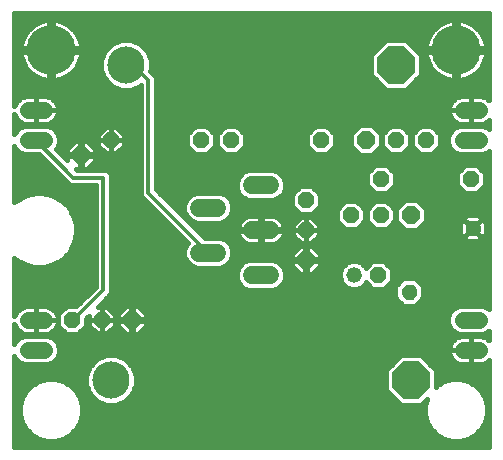
<source format=gbl>
G75*
%MOIN*%
%OFA0B0*%
%FSLAX24Y24*%
%IPPOS*%
%LPD*%
%AMOC8*
5,1,8,0,0,1.08239X$1,22.5*
%
%ADD10OC8,0.0520*%
%ADD11C,0.0520*%
%ADD12C,0.1240*%
%ADD13OC8,0.1240*%
%ADD14C,0.0600*%
%ADD15C,0.0104*%
%ADD16C,0.0560*%
%ADD17OC8,0.0600*%
%ADD18C,0.1650*%
%ADD19C,0.0120*%
%ADD20C,0.0160*%
D10*
X003380Y005180D03*
X004380Y005180D03*
X004680Y011180D03*
X007680Y011180D03*
X008680Y011180D03*
X011180Y009180D03*
X011180Y008180D03*
X012680Y008680D03*
X013680Y008680D03*
X013680Y009880D03*
X014180Y011180D03*
X015180Y011180D03*
X016680Y009880D03*
X013580Y006680D03*
X011680Y011180D03*
D11*
X012780Y006680D03*
D12*
X005180Y013680D03*
X004680Y003180D03*
D13*
X014680Y003180D03*
X014180Y013680D03*
D14*
X009980Y009680D02*
X009380Y009680D01*
X008230Y008930D02*
X007630Y008930D01*
X007630Y007430D02*
X008230Y007430D01*
X009380Y006680D02*
X009980Y006680D01*
X009980Y008180D02*
X009380Y008180D01*
D15*
X014464Y006085D02*
X014412Y006033D01*
X014412Y006205D01*
X014533Y006326D01*
X014705Y006326D01*
X014826Y006205D01*
X014826Y006033D01*
X014705Y005912D01*
X014533Y005912D01*
X014412Y006033D01*
X014490Y006065D01*
X014490Y006173D01*
X014565Y006248D01*
X014673Y006248D01*
X014748Y006173D01*
X014748Y006065D01*
X014673Y005990D01*
X014565Y005990D01*
X014490Y006065D01*
X014568Y006098D01*
X014568Y006140D01*
X014598Y006170D01*
X014640Y006170D01*
X014670Y006140D01*
X014670Y006098D01*
X014640Y006068D01*
X014598Y006068D01*
X014568Y006098D01*
X016586Y008207D02*
X016534Y008155D01*
X016534Y008327D01*
X016655Y008448D01*
X016827Y008448D01*
X016948Y008327D01*
X016948Y008155D01*
X016827Y008034D01*
X016655Y008034D01*
X016534Y008155D01*
X016612Y008187D01*
X016612Y008295D01*
X016687Y008370D01*
X016795Y008370D01*
X016870Y008295D01*
X016870Y008187D01*
X016795Y008112D01*
X016687Y008112D01*
X016612Y008187D01*
X016690Y008220D01*
X016690Y008262D01*
X016720Y008292D01*
X016762Y008292D01*
X016792Y008262D01*
X016792Y008220D01*
X016762Y008190D01*
X016720Y008190D01*
X016690Y008220D01*
D16*
X016960Y011180D02*
X016400Y011180D01*
X016400Y012180D02*
X016960Y012180D01*
X016960Y005180D02*
X016400Y005180D01*
X016400Y004180D02*
X016960Y004180D01*
X002460Y004180D02*
X001900Y004180D01*
X001900Y005180D02*
X002460Y005180D01*
X002460Y011180D02*
X001900Y011180D01*
X001900Y012180D02*
X002460Y012180D01*
D17*
X003680Y010680D03*
X005380Y005180D03*
X011180Y007180D03*
X014680Y008680D03*
X013180Y011180D03*
D18*
X016180Y014180D03*
X002680Y014180D03*
D19*
X005180Y013680D02*
X005430Y013680D01*
X005930Y013180D01*
X005930Y009430D01*
X007930Y007430D01*
X004430Y006180D02*
X004430Y009930D01*
X003430Y009930D01*
X002180Y011180D01*
X004430Y006180D02*
X003430Y005180D01*
X003380Y005180D01*
D20*
X001460Y003988D02*
X001460Y000960D01*
X017270Y000960D01*
X017270Y003840D01*
X017260Y003829D01*
X017201Y003787D01*
X017137Y003754D01*
X017068Y003731D01*
X016996Y003720D01*
X016690Y003720D01*
X016690Y004170D01*
X016670Y004170D01*
X016670Y003720D01*
X016364Y003720D01*
X016292Y003731D01*
X016223Y003754D01*
X016159Y003787D01*
X016100Y003829D01*
X016049Y003880D01*
X016007Y003939D01*
X015974Y004003D01*
X015951Y004072D01*
X015940Y004144D01*
X015940Y004170D01*
X016670Y004170D01*
X016670Y004190D01*
X016670Y004640D01*
X016364Y004640D01*
X016292Y004629D01*
X016223Y004606D01*
X016159Y004573D01*
X016100Y004531D01*
X016049Y004480D01*
X016007Y004421D01*
X015974Y004357D01*
X015951Y004288D01*
X015940Y004216D01*
X015940Y004190D01*
X016670Y004190D01*
X016690Y004190D01*
X016690Y004640D01*
X016996Y004640D01*
X017068Y004629D01*
X017137Y004606D01*
X017201Y004573D01*
X017260Y004531D01*
X017270Y004520D01*
X017270Y004811D01*
X017232Y004773D01*
X017055Y004700D01*
X016305Y004700D01*
X016128Y004773D01*
X015993Y004908D01*
X015920Y005085D01*
X015920Y005275D01*
X015993Y005452D01*
X016128Y005587D01*
X016305Y005660D01*
X017055Y005660D01*
X017232Y005587D01*
X017270Y005549D01*
X017270Y010811D01*
X017232Y010773D01*
X017055Y010700D01*
X016305Y010700D01*
X016128Y010773D01*
X015993Y010908D01*
X015920Y011085D01*
X015920Y011275D01*
X015993Y011452D01*
X016128Y011587D01*
X016305Y011660D01*
X017055Y011660D01*
X017232Y011587D01*
X017270Y011549D01*
X017270Y011840D01*
X017260Y011829D01*
X017201Y011787D01*
X017137Y011754D01*
X017068Y011731D01*
X016996Y011720D01*
X016690Y011720D01*
X016690Y012170D01*
X016670Y012170D01*
X016670Y011720D01*
X016364Y011720D01*
X016292Y011731D01*
X016223Y011754D01*
X016159Y011787D01*
X016100Y011829D01*
X016049Y011880D01*
X016007Y011939D01*
X015974Y012003D01*
X015951Y012072D01*
X015940Y012144D01*
X015940Y012170D01*
X016670Y012170D01*
X016670Y012190D01*
X016670Y012640D01*
X016364Y012640D01*
X016292Y012629D01*
X016223Y012606D01*
X016159Y012573D01*
X016100Y012531D01*
X016049Y012480D01*
X016007Y012421D01*
X015974Y012357D01*
X015951Y012288D01*
X015940Y012216D01*
X015940Y012190D01*
X016670Y012190D01*
X016690Y012190D01*
X016690Y012640D01*
X016996Y012640D01*
X017068Y012629D01*
X017137Y012606D01*
X017201Y012573D01*
X017260Y012531D01*
X017270Y012520D01*
X017270Y015400D01*
X001460Y015400D01*
X001460Y012314D01*
X001474Y012357D01*
X001507Y012421D01*
X001549Y012480D01*
X001600Y012531D01*
X001659Y012573D01*
X001723Y012606D01*
X001792Y012629D01*
X001864Y012640D01*
X002170Y012640D01*
X002170Y012190D01*
X002190Y012190D01*
X002190Y012640D01*
X002496Y012640D01*
X002568Y012629D01*
X002637Y012606D01*
X002701Y012573D01*
X002760Y012531D01*
X002811Y012480D01*
X002853Y012421D01*
X002886Y012357D01*
X002909Y012288D01*
X002920Y012216D01*
X002920Y012190D01*
X002190Y012190D01*
X002190Y012170D01*
X002920Y012170D01*
X002920Y012144D01*
X002909Y012072D01*
X002886Y012003D01*
X002853Y011939D01*
X002811Y011880D01*
X002760Y011829D01*
X002701Y011787D01*
X002637Y011754D01*
X002568Y011731D01*
X002496Y011720D01*
X002190Y011720D01*
X002190Y012170D01*
X002170Y012170D01*
X002170Y011720D01*
X001864Y011720D01*
X001792Y011731D01*
X001723Y011754D01*
X001659Y011787D01*
X001600Y011829D01*
X001549Y011880D01*
X001507Y011939D01*
X001474Y012003D01*
X001460Y012046D01*
X001460Y011372D01*
X001493Y011452D01*
X001628Y011587D01*
X001805Y011660D01*
X002555Y011660D01*
X002732Y011587D01*
X002867Y011452D01*
X002940Y011275D01*
X002940Y011085D01*
X002867Y010908D01*
X002843Y010884D01*
X003200Y010528D01*
X003200Y010660D01*
X003660Y010660D01*
X003660Y010700D01*
X003660Y011160D01*
X003481Y011160D01*
X003200Y010879D01*
X003200Y010700D01*
X003660Y010700D01*
X003700Y010700D01*
X003700Y011160D01*
X003879Y011160D01*
X004160Y010879D01*
X004160Y010700D01*
X003700Y010700D01*
X003700Y010660D01*
X004160Y010660D01*
X004160Y010481D01*
X003879Y010200D01*
X003700Y010200D01*
X003700Y010660D01*
X003660Y010660D01*
X003660Y010200D01*
X003528Y010200D01*
X003538Y010190D01*
X004482Y010190D01*
X004577Y010150D01*
X004650Y010077D01*
X004690Y009982D01*
X004690Y006128D01*
X004650Y006033D01*
X004577Y005960D01*
X004577Y005960D01*
X004238Y005620D01*
X004380Y005620D01*
X004380Y005180D01*
X004380Y005180D01*
X004820Y005180D01*
X004820Y005362D01*
X004562Y005620D01*
X004380Y005620D01*
X004380Y005180D01*
X004380Y005180D01*
X004820Y005180D01*
X004820Y004998D01*
X004562Y004740D01*
X004380Y004740D01*
X004380Y005180D01*
X004380Y005180D01*
X004380Y005180D01*
X003940Y005180D01*
X003940Y005322D01*
X003840Y005222D01*
X003840Y004989D01*
X003571Y004720D01*
X003189Y004720D01*
X002920Y004989D01*
X002920Y005371D01*
X003189Y005640D01*
X003522Y005640D01*
X004170Y006288D01*
X004170Y009670D01*
X003378Y009670D01*
X003283Y009710D01*
X002292Y010700D01*
X001805Y010700D01*
X001628Y010773D01*
X001493Y010908D01*
X001460Y010988D01*
X001460Y009099D01*
X001525Y009164D01*
X001805Y009326D01*
X002118Y009410D01*
X002442Y009410D01*
X002755Y009326D01*
X003035Y009164D01*
X003264Y008935D01*
X003426Y008655D01*
X003510Y008342D01*
X003510Y008018D01*
X003426Y007705D01*
X003264Y007425D01*
X003035Y007196D01*
X002755Y007034D01*
X002442Y006950D01*
X002118Y006950D01*
X001805Y007034D01*
X001525Y007196D01*
X001460Y007261D01*
X001460Y005314D01*
X001474Y005357D01*
X001507Y005421D01*
X001549Y005480D01*
X001600Y005531D01*
X001659Y005573D01*
X001723Y005606D01*
X001792Y005629D01*
X001864Y005640D01*
X002170Y005640D01*
X002170Y005190D01*
X002190Y005190D01*
X002190Y005640D01*
X002496Y005640D01*
X002568Y005629D01*
X002637Y005606D01*
X002701Y005573D01*
X002760Y005531D01*
X002811Y005480D01*
X002853Y005421D01*
X002886Y005357D01*
X002909Y005288D01*
X002920Y005216D01*
X002920Y005190D01*
X002190Y005190D01*
X002190Y005170D01*
X002920Y005170D01*
X002920Y005144D01*
X002909Y005072D01*
X002886Y005003D01*
X002853Y004939D01*
X002811Y004880D01*
X002760Y004829D01*
X002701Y004787D01*
X002637Y004754D01*
X002568Y004731D01*
X002496Y004720D01*
X002190Y004720D01*
X002190Y005170D01*
X002170Y005170D01*
X002170Y004720D01*
X001864Y004720D01*
X001792Y004731D01*
X001723Y004754D01*
X001659Y004787D01*
X001600Y004829D01*
X001549Y004880D01*
X001507Y004939D01*
X001474Y005003D01*
X001460Y005046D01*
X001460Y004372D01*
X001493Y004452D01*
X001628Y004587D01*
X001805Y004660D01*
X002555Y004660D01*
X002732Y004587D01*
X002867Y004452D01*
X002940Y004275D01*
X002940Y004085D01*
X002867Y003908D01*
X002732Y003773D01*
X002555Y003700D01*
X001805Y003700D01*
X001628Y003773D01*
X001493Y003908D01*
X001460Y003988D01*
X001460Y003850D02*
X001551Y003850D01*
X001460Y003692D02*
X004032Y003692D01*
X003985Y003644D02*
X003860Y003343D01*
X003860Y003017D01*
X003985Y002716D01*
X004216Y002485D01*
X004517Y002360D01*
X004843Y002360D01*
X005144Y002485D01*
X005375Y002716D01*
X005500Y003017D01*
X005500Y003343D01*
X005375Y003644D01*
X005144Y003875D01*
X004843Y004000D01*
X004517Y004000D01*
X004216Y003875D01*
X003985Y003644D01*
X003939Y003533D02*
X001460Y003533D01*
X001460Y003375D02*
X003873Y003375D01*
X003860Y003216D02*
X001460Y003216D01*
X001460Y003058D02*
X002140Y003058D01*
X002048Y003004D02*
X001856Y002812D01*
X001720Y002578D01*
X001650Y002316D01*
X001650Y002044D01*
X001720Y001782D01*
X001856Y001548D01*
X002048Y001356D01*
X002282Y001220D01*
X002544Y001150D01*
X002816Y001150D01*
X003078Y001220D01*
X003312Y001356D01*
X003504Y001548D01*
X003640Y001782D01*
X003710Y002044D01*
X003710Y002316D01*
X003640Y002578D01*
X003504Y002812D01*
X003312Y003004D01*
X003078Y003140D01*
X002816Y003210D01*
X002544Y003210D01*
X002282Y003140D01*
X002048Y003004D01*
X001942Y002899D02*
X001460Y002899D01*
X001460Y002741D02*
X001814Y002741D01*
X001723Y002582D02*
X001460Y002582D01*
X001460Y002424D02*
X001679Y002424D01*
X001650Y002265D02*
X001460Y002265D01*
X001460Y002107D02*
X001650Y002107D01*
X001676Y001948D02*
X001460Y001948D01*
X001460Y001790D02*
X001718Y001790D01*
X001808Y001631D02*
X001460Y001631D01*
X001460Y001473D02*
X001931Y001473D01*
X002120Y001314D02*
X001460Y001314D01*
X001460Y001156D02*
X002524Y001156D01*
X002836Y001156D02*
X016024Y001156D01*
X016044Y001150D02*
X016316Y001150D01*
X016578Y001220D01*
X016812Y001356D01*
X017004Y001548D01*
X017140Y001782D01*
X017210Y002044D01*
X017210Y002316D01*
X017140Y002578D01*
X017004Y002812D01*
X016812Y003004D01*
X016578Y003140D01*
X016316Y003210D01*
X016044Y003210D01*
X015782Y003140D01*
X015548Y003004D01*
X015500Y002957D01*
X015500Y003520D01*
X015020Y004000D01*
X014340Y004000D01*
X013860Y003520D01*
X013860Y002840D01*
X014340Y002360D01*
X015020Y002360D01*
X015214Y002554D01*
X015150Y002316D01*
X015150Y002044D01*
X015220Y001782D01*
X015356Y001548D01*
X015548Y001356D01*
X015782Y001220D01*
X016044Y001150D01*
X016336Y001156D02*
X017270Y001156D01*
X017270Y001314D02*
X016740Y001314D01*
X016929Y001473D02*
X017270Y001473D01*
X017270Y001631D02*
X017052Y001631D01*
X017142Y001790D02*
X017270Y001790D01*
X017270Y001948D02*
X017184Y001948D01*
X017210Y002107D02*
X017270Y002107D01*
X017270Y002265D02*
X017210Y002265D01*
X017181Y002424D02*
X017270Y002424D01*
X017270Y002582D02*
X017137Y002582D01*
X017046Y002741D02*
X017270Y002741D01*
X017270Y002899D02*
X016918Y002899D01*
X016720Y003058D02*
X017270Y003058D01*
X017270Y003216D02*
X015500Y003216D01*
X015500Y003058D02*
X015640Y003058D01*
X015500Y003375D02*
X017270Y003375D01*
X017270Y003533D02*
X015487Y003533D01*
X015328Y003692D02*
X017270Y003692D01*
X016690Y003850D02*
X016670Y003850D01*
X016670Y004009D02*
X016690Y004009D01*
X016690Y004167D02*
X016670Y004167D01*
X016670Y004326D02*
X016690Y004326D01*
X016690Y004484D02*
X016670Y004484D01*
X017270Y004643D02*
X002598Y004643D01*
X002721Y004801D02*
X003108Y004801D01*
X002950Y004960D02*
X002864Y004960D01*
X002916Y005118D02*
X002920Y005118D01*
X002910Y005277D02*
X002920Y005277D01*
X002984Y005435D02*
X002843Y005435D01*
X002662Y005594D02*
X003143Y005594D01*
X003634Y005752D02*
X001460Y005752D01*
X001460Y005594D02*
X001698Y005594D01*
X001517Y005435D02*
X001460Y005435D01*
X001460Y004960D02*
X001496Y004960D01*
X001460Y004801D02*
X001639Y004801D01*
X001762Y004643D02*
X001460Y004643D01*
X001460Y004484D02*
X001525Y004484D01*
X002170Y004801D02*
X002190Y004801D01*
X002190Y004960D02*
X002170Y004960D01*
X002170Y005118D02*
X002190Y005118D01*
X002190Y005277D02*
X002170Y005277D01*
X002170Y005435D02*
X002190Y005435D01*
X002190Y005594D02*
X002170Y005594D01*
X001460Y005911D02*
X003793Y005911D01*
X003951Y006069D02*
X001460Y006069D01*
X001460Y006228D02*
X004110Y006228D01*
X004170Y006386D02*
X001460Y006386D01*
X001460Y006545D02*
X004170Y006545D01*
X004170Y006703D02*
X001460Y006703D01*
X001460Y006862D02*
X004170Y006862D01*
X004170Y007020D02*
X002703Y007020D01*
X003005Y007179D02*
X004170Y007179D01*
X004170Y007337D02*
X003176Y007337D01*
X003305Y007496D02*
X004170Y007496D01*
X004170Y007654D02*
X003397Y007654D01*
X003455Y007813D02*
X004170Y007813D01*
X004170Y007971D02*
X003497Y007971D01*
X003510Y008130D02*
X004170Y008130D01*
X004170Y008288D02*
X003510Y008288D01*
X003482Y008447D02*
X004170Y008447D01*
X004170Y008605D02*
X003440Y008605D01*
X003363Y008764D02*
X004170Y008764D01*
X004170Y008922D02*
X003272Y008922D01*
X003119Y009081D02*
X004170Y009081D01*
X004170Y009239D02*
X002906Y009239D01*
X002489Y009398D02*
X004170Y009398D01*
X004170Y009556D02*
X001460Y009556D01*
X001460Y009398D02*
X002071Y009398D01*
X001654Y009239D02*
X001460Y009239D01*
X001460Y009715D02*
X003278Y009715D01*
X003119Y009873D02*
X001460Y009873D01*
X001460Y010032D02*
X002961Y010032D01*
X002802Y010190D02*
X001460Y010190D01*
X001460Y010349D02*
X002644Y010349D01*
X002485Y010507D02*
X001460Y010507D01*
X001460Y010666D02*
X002327Y010666D01*
X002904Y010824D02*
X003200Y010824D01*
X003304Y010983D02*
X002898Y010983D01*
X002940Y011141D02*
X003462Y011141D01*
X003660Y011141D02*
X003700Y011141D01*
X003700Y010983D02*
X003660Y010983D01*
X003660Y010824D02*
X003700Y010824D01*
X003700Y010666D02*
X005670Y010666D01*
X005670Y010824D02*
X004946Y010824D01*
X004862Y010740D02*
X004680Y010740D01*
X004680Y011180D01*
X005120Y011180D01*
X005120Y011362D01*
X004862Y011620D01*
X004680Y011620D01*
X004680Y011180D01*
X004680Y011180D01*
X004680Y011180D01*
X005120Y011180D01*
X005120Y010998D01*
X004862Y010740D01*
X004680Y010740D02*
X004680Y011180D01*
X004680Y011180D01*
X004680Y011180D01*
X004240Y011180D01*
X004240Y011362D01*
X004498Y011620D01*
X004680Y011620D01*
X004680Y011180D01*
X004240Y011180D01*
X004240Y010998D01*
X004498Y010740D01*
X004680Y010740D01*
X004680Y010824D02*
X004680Y010824D01*
X004680Y010983D02*
X004680Y010983D01*
X004680Y011141D02*
X004680Y011141D01*
X004680Y011300D02*
X004680Y011300D01*
X004680Y011458D02*
X004680Y011458D01*
X004680Y011617D02*
X004680Y011617D01*
X004866Y011617D02*
X005670Y011617D01*
X005670Y011775D02*
X002678Y011775D01*
X002660Y011617D02*
X004494Y011617D01*
X004336Y011458D02*
X002861Y011458D01*
X002930Y011300D02*
X004240Y011300D01*
X004240Y011141D02*
X003898Y011141D01*
X004056Y010983D02*
X004255Y010983D01*
X004160Y010824D02*
X004414Y010824D01*
X004160Y010507D02*
X005670Y010507D01*
X005670Y010349D02*
X004027Y010349D01*
X003700Y010349D02*
X003660Y010349D01*
X003660Y010507D02*
X003700Y010507D01*
X003660Y010666D02*
X003062Y010666D01*
X003538Y010190D02*
X005670Y010190D01*
X005670Y010032D02*
X004669Y010032D01*
X004690Y009873D02*
X005670Y009873D01*
X005670Y009715D02*
X004690Y009715D01*
X004690Y009556D02*
X005670Y009556D01*
X005670Y009398D02*
X004690Y009398D01*
X004690Y009239D02*
X005753Y009239D01*
X005783Y009210D02*
X007243Y007750D01*
X007206Y007713D01*
X007130Y007529D01*
X007130Y007331D01*
X007206Y007147D01*
X007347Y007006D01*
X007531Y006930D01*
X008329Y006930D01*
X008513Y007006D01*
X008654Y007147D01*
X008730Y007331D01*
X008730Y007529D01*
X008654Y007713D01*
X008513Y007854D01*
X008329Y007930D01*
X007798Y007930D01*
X006190Y009538D01*
X006190Y013232D01*
X006150Y013327D01*
X005989Y013489D01*
X006000Y013517D01*
X006000Y013843D01*
X005875Y014144D01*
X005644Y014375D01*
X005343Y014500D01*
X005017Y014500D01*
X004716Y014375D01*
X004485Y014144D01*
X004360Y013843D01*
X004360Y013517D01*
X004485Y013216D01*
X004716Y012985D01*
X005017Y012860D01*
X005343Y012860D01*
X005644Y012985D01*
X005670Y013010D01*
X005670Y009378D01*
X005710Y009283D01*
X005783Y009210D01*
X005912Y009081D02*
X004690Y009081D01*
X004690Y008922D02*
X006070Y008922D01*
X006229Y008764D02*
X004690Y008764D01*
X004690Y008605D02*
X006387Y008605D01*
X006546Y008447D02*
X004690Y008447D01*
X004690Y008288D02*
X006704Y008288D01*
X006863Y008130D02*
X004690Y008130D01*
X004690Y007971D02*
X007021Y007971D01*
X007180Y007813D02*
X004690Y007813D01*
X004690Y007654D02*
X007182Y007654D01*
X007130Y007496D02*
X004690Y007496D01*
X004690Y007337D02*
X007130Y007337D01*
X007193Y007179D02*
X004690Y007179D01*
X004690Y007020D02*
X007333Y007020D01*
X007757Y007971D02*
X008948Y007971D01*
X008935Y007996D02*
X008969Y007928D01*
X009014Y007867D01*
X009067Y007814D01*
X009128Y007769D01*
X009196Y007735D01*
X009268Y007712D01*
X009342Y007700D01*
X009660Y007700D01*
X009660Y008160D01*
X009700Y008160D01*
X009700Y008200D01*
X009660Y008200D01*
X009660Y008660D01*
X009342Y008660D01*
X009268Y008648D01*
X009196Y008625D01*
X009128Y008591D01*
X009067Y008546D01*
X009014Y008493D01*
X008969Y008432D01*
X008935Y008364D01*
X008912Y008292D01*
X008900Y008218D01*
X008900Y008200D01*
X009660Y008200D01*
X009660Y008160D01*
X008900Y008160D01*
X008900Y008142D01*
X008912Y008068D01*
X008935Y007996D01*
X008902Y008130D02*
X007598Y008130D01*
X007440Y008288D02*
X008911Y008288D01*
X008980Y008447D02*
X008369Y008447D01*
X008329Y008430D02*
X008513Y008506D01*
X008654Y008647D01*
X008730Y008831D01*
X008730Y009029D01*
X008654Y009213D01*
X008513Y009354D01*
X008329Y009430D01*
X007531Y009430D01*
X007347Y009354D01*
X007206Y009213D01*
X007130Y009029D01*
X007130Y008831D01*
X007206Y008647D01*
X007347Y008506D01*
X007531Y008430D01*
X008329Y008430D01*
X008612Y008605D02*
X009157Y008605D01*
X008702Y008764D02*
X010946Y008764D01*
X010989Y008720D02*
X010720Y008989D01*
X010720Y009371D01*
X010989Y009640D01*
X011371Y009640D01*
X011640Y009371D01*
X011640Y008989D01*
X011371Y008720D01*
X010989Y008720D01*
X010998Y008620D02*
X010740Y008362D01*
X010740Y008180D01*
X011180Y008180D01*
X011180Y008180D01*
X011180Y008620D01*
X011362Y008620D01*
X011620Y008362D01*
X011620Y008180D01*
X011180Y008180D01*
X011180Y008180D01*
X011180Y008180D01*
X011180Y008620D01*
X010998Y008620D01*
X010983Y008605D02*
X010203Y008605D01*
X010232Y008591D02*
X010164Y008625D01*
X010092Y008648D01*
X010018Y008660D01*
X009700Y008660D01*
X009700Y008200D01*
X010460Y008200D01*
X010460Y008218D01*
X010448Y008292D01*
X010425Y008364D01*
X010391Y008432D01*
X010346Y008493D01*
X010293Y008546D01*
X010232Y008591D01*
X010380Y008447D02*
X010824Y008447D01*
X010740Y008288D02*
X010449Y008288D01*
X010460Y008160D02*
X009700Y008160D01*
X009700Y007700D01*
X010018Y007700D01*
X010092Y007712D01*
X010164Y007735D01*
X010232Y007769D01*
X010293Y007814D01*
X010346Y007867D01*
X010391Y007928D01*
X010425Y007996D01*
X010448Y008068D01*
X010460Y008142D01*
X010460Y008160D01*
X010458Y008130D02*
X010740Y008130D01*
X010740Y008180D02*
X010740Y007998D01*
X010998Y007740D01*
X011180Y007740D01*
X011362Y007740D01*
X011620Y007998D01*
X011620Y008180D01*
X011180Y008180D01*
X011180Y007740D01*
X011180Y008180D01*
X011180Y008180D01*
X010740Y008180D01*
X010767Y007971D02*
X010412Y007971D01*
X010291Y007813D02*
X010925Y007813D01*
X010981Y007660D02*
X010700Y007379D01*
X010700Y007200D01*
X011160Y007200D01*
X011160Y007660D01*
X010981Y007660D01*
X010975Y007654D02*
X008678Y007654D01*
X008730Y007496D02*
X010817Y007496D01*
X010700Y007337D02*
X008730Y007337D01*
X008667Y007179D02*
X009277Y007179D01*
X009281Y007180D02*
X009097Y007104D01*
X008956Y006963D01*
X008880Y006779D01*
X008880Y006581D01*
X008956Y006397D01*
X009097Y006256D01*
X009281Y006180D01*
X010079Y006180D01*
X010263Y006256D01*
X010404Y006397D01*
X010480Y006581D01*
X010480Y006779D01*
X010404Y006963D01*
X010263Y007104D01*
X010079Y007180D01*
X009281Y007180D01*
X009013Y007020D02*
X008527Y007020D01*
X008914Y006862D02*
X004690Y006862D01*
X004690Y006703D02*
X008880Y006703D01*
X008895Y006545D02*
X004690Y006545D01*
X004690Y006386D02*
X008967Y006386D01*
X009166Y006228D02*
X004690Y006228D01*
X004665Y006069D02*
X014159Y006069D01*
X014159Y005929D02*
X014159Y006310D01*
X014429Y006579D01*
X014810Y006579D01*
X015079Y006310D01*
X015079Y005929D01*
X014810Y005659D01*
X014429Y005659D01*
X014159Y005929D01*
X014178Y005911D02*
X004528Y005911D01*
X004370Y005752D02*
X014336Y005752D01*
X014159Y006228D02*
X013778Y006228D01*
X013771Y006220D02*
X014040Y006489D01*
X014040Y006871D01*
X013771Y007140D01*
X013389Y007140D01*
X013176Y006926D01*
X013170Y006941D01*
X013041Y007070D01*
X012871Y007140D01*
X012688Y007140D01*
X012519Y007070D01*
X012390Y006941D01*
X012320Y006771D01*
X012320Y006588D01*
X012390Y006419D01*
X012519Y006290D01*
X012688Y006220D01*
X012871Y006220D01*
X013041Y006290D01*
X013170Y006419D01*
X013176Y006434D01*
X013389Y006220D01*
X013771Y006220D01*
X013937Y006386D02*
X014235Y006386D01*
X014394Y006545D02*
X014040Y006545D01*
X014040Y006703D02*
X017270Y006703D01*
X017270Y006545D02*
X014845Y006545D01*
X015003Y006386D02*
X017270Y006386D01*
X017270Y006228D02*
X015079Y006228D01*
X015079Y006069D02*
X017270Y006069D01*
X017270Y005911D02*
X015061Y005911D01*
X014903Y005752D02*
X017270Y005752D01*
X017270Y005594D02*
X017216Y005594D01*
X017260Y004801D02*
X017270Y004801D01*
X016100Y004801D02*
X005680Y004801D01*
X005579Y004700D02*
X005400Y004700D01*
X005400Y005160D01*
X005400Y005200D01*
X005860Y005200D01*
X005860Y005379D01*
X005579Y005660D01*
X005400Y005660D01*
X005400Y005200D01*
X005360Y005200D01*
X005360Y005660D01*
X005181Y005660D01*
X004900Y005379D01*
X004900Y005200D01*
X005360Y005200D01*
X005360Y005160D01*
X005400Y005160D01*
X005860Y005160D01*
X005860Y004981D01*
X005579Y004700D01*
X005400Y004801D02*
X005360Y004801D01*
X005360Y004700D02*
X005181Y004700D01*
X004900Y004981D01*
X004900Y005160D01*
X005360Y005160D01*
X005360Y004700D01*
X005360Y004960D02*
X005400Y004960D01*
X005400Y005118D02*
X005360Y005118D01*
X005360Y005277D02*
X005400Y005277D01*
X005400Y005435D02*
X005360Y005435D01*
X005360Y005594D02*
X005400Y005594D01*
X005645Y005594D02*
X016144Y005594D01*
X015986Y005435D02*
X005804Y005435D01*
X005860Y005277D02*
X015920Y005277D01*
X015920Y005118D02*
X005860Y005118D01*
X005838Y004960D02*
X015972Y004960D01*
X016053Y004484D02*
X002835Y004484D01*
X002919Y004326D02*
X015964Y004326D01*
X015940Y004167D02*
X002940Y004167D01*
X002909Y004009D02*
X015972Y004009D01*
X016079Y003850D02*
X015170Y003850D01*
X014190Y003850D02*
X005170Y003850D01*
X005328Y003692D02*
X014032Y003692D01*
X013873Y003533D02*
X005421Y003533D01*
X005487Y003375D02*
X013860Y003375D01*
X013860Y003216D02*
X005500Y003216D01*
X005500Y003058D02*
X013860Y003058D01*
X013860Y002899D02*
X005451Y002899D01*
X005386Y002741D02*
X013960Y002741D01*
X014118Y002582D02*
X005242Y002582D01*
X004996Y002424D02*
X014277Y002424D01*
X015083Y002424D02*
X015179Y002424D01*
X015150Y002265D02*
X003710Y002265D01*
X003710Y002107D02*
X015150Y002107D01*
X015176Y001948D02*
X003684Y001948D01*
X003642Y001790D02*
X015218Y001790D01*
X015308Y001631D02*
X003552Y001631D01*
X003429Y001473D02*
X015431Y001473D01*
X015620Y001314D02*
X003240Y001314D01*
X003681Y002424D02*
X004364Y002424D01*
X004118Y002582D02*
X003637Y002582D01*
X003546Y002741D02*
X003974Y002741D01*
X003909Y002899D02*
X003418Y002899D01*
X003220Y003058D02*
X003860Y003058D01*
X004190Y003850D02*
X002809Y003850D01*
X003652Y004801D02*
X004137Y004801D01*
X004198Y004740D02*
X003940Y004998D01*
X003940Y005180D01*
X004380Y005180D01*
X004380Y004740D01*
X004198Y004740D01*
X004380Y004801D02*
X004380Y004801D01*
X004380Y004960D02*
X004380Y004960D01*
X004380Y005118D02*
X004380Y005118D01*
X004380Y005277D02*
X004380Y005277D01*
X004380Y005435D02*
X004380Y005435D01*
X004380Y005594D02*
X004380Y005594D01*
X004589Y005594D02*
X005115Y005594D01*
X004956Y005435D02*
X004747Y005435D01*
X004820Y005277D02*
X004900Y005277D01*
X004900Y005118D02*
X004820Y005118D01*
X004782Y004960D02*
X004922Y004960D01*
X005080Y004801D02*
X004623Y004801D01*
X003978Y004960D02*
X003810Y004960D01*
X003840Y005118D02*
X003940Y005118D01*
X003940Y005277D02*
X003894Y005277D01*
X001857Y007020D02*
X001460Y007020D01*
X001460Y007179D02*
X001555Y007179D01*
X001577Y010824D02*
X001460Y010824D01*
X001460Y010983D02*
X001462Y010983D01*
X001460Y011458D02*
X001499Y011458D01*
X001460Y011617D02*
X001700Y011617D01*
X001682Y011775D02*
X001460Y011775D01*
X001460Y011934D02*
X001510Y011934D01*
X001500Y012409D02*
X001460Y012409D01*
X001460Y012568D02*
X001651Y012568D01*
X001460Y012726D02*
X005670Y012726D01*
X005670Y012568D02*
X002709Y012568D01*
X002860Y012409D02*
X005670Y012409D01*
X005670Y012251D02*
X002915Y012251D01*
X002912Y012092D02*
X005670Y012092D01*
X005670Y011934D02*
X002850Y011934D01*
X002190Y011934D02*
X002170Y011934D01*
X002170Y012092D02*
X002190Y012092D01*
X002190Y012251D02*
X002170Y012251D01*
X002170Y012409D02*
X002190Y012409D01*
X002190Y012568D02*
X002170Y012568D01*
X002401Y013213D02*
X002295Y013250D01*
X002193Y013299D01*
X002098Y013359D01*
X002009Y013429D01*
X001929Y013509D01*
X001859Y013598D01*
X001799Y013693D01*
X001750Y013795D01*
X001713Y013901D01*
X001688Y014011D01*
X001678Y014100D01*
X002600Y014100D01*
X002760Y014100D01*
X002760Y014260D01*
X003682Y014260D01*
X003672Y014349D01*
X003647Y014459D01*
X003610Y014565D01*
X003561Y014667D01*
X003501Y014762D01*
X003431Y014851D01*
X003351Y014931D01*
X003262Y015001D01*
X003167Y015061D01*
X003065Y015110D01*
X002959Y015147D01*
X002849Y015172D01*
X002760Y015182D01*
X002760Y014260D01*
X002600Y014260D01*
X002600Y015182D01*
X002511Y015172D01*
X002401Y015147D01*
X002295Y015110D01*
X002193Y015061D01*
X002098Y015001D01*
X002009Y014931D01*
X001929Y014851D01*
X001859Y014762D01*
X001799Y014667D01*
X001750Y014565D01*
X001713Y014459D01*
X001688Y014349D01*
X001678Y014260D01*
X002600Y014260D01*
X002600Y014100D01*
X002600Y013178D01*
X002511Y013188D01*
X002401Y013213D01*
X002451Y013202D02*
X001460Y013202D01*
X001460Y013360D02*
X002096Y013360D01*
X001922Y013519D02*
X001460Y013519D01*
X001460Y013677D02*
X001809Y013677D01*
X001736Y013836D02*
X001460Y013836D01*
X001460Y013994D02*
X001692Y013994D01*
X001460Y014153D02*
X002600Y014153D01*
X002600Y014311D02*
X002760Y014311D01*
X002760Y014153D02*
X004493Y014153D01*
X004423Y013994D02*
X003668Y013994D01*
X003672Y014011D02*
X003682Y014100D01*
X002760Y014100D01*
X002760Y013178D01*
X002849Y013188D01*
X002959Y013213D01*
X003065Y013250D01*
X003167Y013299D01*
X003262Y013359D01*
X003351Y013429D01*
X003431Y013509D01*
X003501Y013598D01*
X003561Y013693D01*
X003610Y013795D01*
X003647Y013901D01*
X003672Y014011D01*
X003624Y013836D02*
X004360Y013836D01*
X004360Y013677D02*
X003551Y013677D01*
X003438Y013519D02*
X004360Y013519D01*
X004425Y013360D02*
X003264Y013360D01*
X002909Y013202D02*
X004499Y013202D01*
X004657Y013043D02*
X001460Y013043D01*
X001460Y012885D02*
X004958Y012885D01*
X005402Y012885D02*
X005670Y012885D01*
X006190Y012885D02*
X013816Y012885D01*
X013840Y012860D02*
X014520Y012860D01*
X015000Y013340D01*
X015000Y014020D01*
X014520Y014500D01*
X013840Y014500D01*
X013360Y014020D01*
X013360Y013340D01*
X013840Y012860D01*
X013657Y013043D02*
X006190Y013043D01*
X006190Y013202D02*
X013499Y013202D01*
X013360Y013360D02*
X006118Y013360D01*
X006000Y013519D02*
X013360Y013519D01*
X013360Y013677D02*
X006000Y013677D01*
X006000Y013836D02*
X013360Y013836D01*
X013360Y013994D02*
X005937Y013994D01*
X005867Y014153D02*
X013493Y014153D01*
X013651Y014311D02*
X005709Y014311D01*
X005417Y014470D02*
X013810Y014470D01*
X014550Y014470D02*
X015217Y014470D01*
X015213Y014459D02*
X015188Y014349D01*
X015178Y014260D01*
X016100Y014260D01*
X016100Y015182D01*
X016011Y015172D01*
X015901Y015147D01*
X015795Y015110D01*
X015693Y015061D01*
X015598Y015001D01*
X015509Y014931D01*
X015429Y014851D01*
X015359Y014762D01*
X015299Y014667D01*
X015250Y014565D01*
X015213Y014459D01*
X015183Y014311D02*
X014709Y014311D01*
X014867Y014153D02*
X016100Y014153D01*
X016100Y014100D02*
X016100Y014260D01*
X016260Y014260D01*
X017182Y014260D01*
X017172Y014349D01*
X017147Y014459D01*
X017110Y014565D01*
X017061Y014667D01*
X017001Y014762D01*
X016931Y014851D01*
X016851Y014931D01*
X016762Y015001D01*
X016667Y015061D01*
X016565Y015110D01*
X016459Y015147D01*
X016349Y015172D01*
X016260Y015182D01*
X016260Y014260D01*
X016260Y014100D01*
X017182Y014100D01*
X017172Y014011D01*
X017147Y013901D01*
X017110Y013795D01*
X017061Y013693D01*
X017001Y013598D01*
X016931Y013509D01*
X016851Y013429D01*
X016762Y013359D01*
X016667Y013299D01*
X016565Y013250D01*
X016459Y013213D01*
X016349Y013188D01*
X016260Y013178D01*
X016260Y014100D01*
X016100Y014100D01*
X016100Y013178D01*
X016011Y013188D01*
X015901Y013213D01*
X015795Y013250D01*
X015693Y013299D01*
X015598Y013359D01*
X015509Y013429D01*
X015429Y013509D01*
X015359Y013598D01*
X015299Y013693D01*
X015250Y013795D01*
X015213Y013901D01*
X015188Y014011D01*
X015178Y014100D01*
X016100Y014100D01*
X016100Y013994D02*
X016260Y013994D01*
X016260Y013836D02*
X016100Y013836D01*
X016100Y013677D02*
X016260Y013677D01*
X016260Y013519D02*
X016100Y013519D01*
X016100Y013360D02*
X016260Y013360D01*
X016260Y013202D02*
X016100Y013202D01*
X015951Y013202D02*
X014861Y013202D01*
X015000Y013360D02*
X015596Y013360D01*
X015422Y013519D02*
X015000Y013519D01*
X015000Y013677D02*
X015309Y013677D01*
X015236Y013836D02*
X015000Y013836D01*
X015000Y013994D02*
X015192Y013994D01*
X015280Y014628D02*
X003580Y014628D01*
X003643Y014470D02*
X004943Y014470D01*
X004651Y014311D02*
X003677Y014311D01*
X003482Y014787D02*
X015378Y014787D01*
X015527Y014945D02*
X003333Y014945D01*
X003079Y015104D02*
X015781Y015104D01*
X016100Y015104D02*
X016260Y015104D01*
X016260Y014945D02*
X016100Y014945D01*
X016100Y014787D02*
X016260Y014787D01*
X016260Y014628D02*
X016100Y014628D01*
X016100Y014470D02*
X016260Y014470D01*
X016260Y014311D02*
X016100Y014311D01*
X016260Y014153D02*
X017270Y014153D01*
X017270Y014311D02*
X017177Y014311D01*
X017143Y014470D02*
X017270Y014470D01*
X017270Y014628D02*
X017080Y014628D01*
X016982Y014787D02*
X017270Y014787D01*
X017270Y014945D02*
X016833Y014945D01*
X016579Y015104D02*
X017270Y015104D01*
X017270Y015262D02*
X001460Y015262D01*
X001460Y015104D02*
X002281Y015104D01*
X002027Y014945D02*
X001460Y014945D01*
X001460Y014787D02*
X001878Y014787D01*
X001780Y014628D02*
X001460Y014628D01*
X001460Y014470D02*
X001717Y014470D01*
X001683Y014311D02*
X001460Y014311D01*
X002600Y014470D02*
X002760Y014470D01*
X002760Y014628D02*
X002600Y014628D01*
X002600Y014787D02*
X002760Y014787D01*
X002760Y014945D02*
X002600Y014945D01*
X002600Y015104D02*
X002760Y015104D01*
X002760Y013994D02*
X002600Y013994D01*
X002600Y013836D02*
X002760Y013836D01*
X002760Y013677D02*
X002600Y013677D01*
X002600Y013519D02*
X002760Y013519D01*
X002760Y013360D02*
X002600Y013360D01*
X002600Y013202D02*
X002760Y013202D01*
X002190Y011775D02*
X002170Y011775D01*
X005024Y011458D02*
X005670Y011458D01*
X005670Y011300D02*
X005120Y011300D01*
X005120Y011141D02*
X005670Y011141D01*
X005670Y010983D02*
X005105Y010983D01*
X006190Y010983D02*
X007227Y010983D01*
X007220Y010989D02*
X007489Y010720D01*
X007871Y010720D01*
X008140Y010989D01*
X008140Y011371D01*
X007871Y011640D01*
X007489Y011640D01*
X007220Y011371D01*
X007220Y010989D01*
X007220Y011141D02*
X006190Y011141D01*
X006190Y011300D02*
X007220Y011300D01*
X007307Y011458D02*
X006190Y011458D01*
X006190Y011617D02*
X007466Y011617D01*
X007894Y011617D02*
X008466Y011617D01*
X008489Y011640D02*
X008220Y011371D01*
X008220Y010989D01*
X008489Y010720D01*
X008871Y010720D01*
X009140Y010989D01*
X009140Y011371D01*
X008871Y011640D01*
X008489Y011640D01*
X008307Y011458D02*
X008053Y011458D01*
X008140Y011300D02*
X008220Y011300D01*
X008220Y011141D02*
X008140Y011141D01*
X008133Y010983D02*
X008227Y010983D01*
X008385Y010824D02*
X007975Y010824D01*
X007385Y010824D02*
X006190Y010824D01*
X006190Y010666D02*
X017270Y010666D01*
X017270Y010507D02*
X006190Y010507D01*
X006190Y010349D02*
X017270Y010349D01*
X017270Y010190D02*
X017021Y010190D01*
X017140Y010071D02*
X016871Y010340D01*
X016489Y010340D01*
X016220Y010071D01*
X016220Y009689D01*
X016489Y009420D01*
X016871Y009420D01*
X017140Y009689D01*
X017140Y010071D01*
X017140Y010032D02*
X017270Y010032D01*
X017270Y009873D02*
X017140Y009873D01*
X017140Y009715D02*
X017270Y009715D01*
X017270Y009556D02*
X017007Y009556D01*
X017270Y009398D02*
X011613Y009398D01*
X011640Y009239D02*
X017270Y009239D01*
X017270Y009081D02*
X014987Y009081D01*
X014887Y009180D02*
X014473Y009180D01*
X014180Y008887D01*
X014180Y008473D01*
X014473Y008180D01*
X014887Y008180D01*
X015180Y008473D01*
X015180Y008887D01*
X014887Y009180D01*
X015145Y008922D02*
X017270Y008922D01*
X017270Y008764D02*
X015180Y008764D01*
X015180Y008605D02*
X016483Y008605D01*
X016430Y008552D02*
X016558Y008681D01*
X016923Y008681D01*
X017052Y008552D01*
X016741Y008241D01*
X016741Y008241D01*
X017052Y008552D01*
X017181Y008423D01*
X017181Y008058D01*
X017052Y007930D01*
X016741Y008241D01*
X016741Y008241D01*
X016430Y008552D01*
X016301Y008423D01*
X016301Y008058D01*
X016430Y007930D01*
X016558Y007801D01*
X016923Y007801D01*
X017052Y007930D01*
X016741Y008241D01*
X016741Y008241D01*
X016430Y008552D01*
X016535Y008447D02*
X016535Y008447D01*
X016324Y008447D02*
X015154Y008447D01*
X014995Y008288D02*
X016301Y008288D01*
X016301Y008130D02*
X011620Y008130D01*
X011620Y008288D02*
X012421Y008288D01*
X012489Y008220D02*
X012220Y008489D01*
X012220Y008871D01*
X012489Y009140D01*
X012871Y009140D01*
X013140Y008871D01*
X013140Y008489D01*
X012871Y008220D01*
X012489Y008220D01*
X012263Y008447D02*
X011536Y008447D01*
X011377Y008605D02*
X012220Y008605D01*
X012220Y008764D02*
X011414Y008764D01*
X011573Y008922D02*
X012271Y008922D01*
X012430Y009081D02*
X011640Y009081D01*
X011455Y009556D02*
X013353Y009556D01*
X013220Y009689D02*
X013489Y009420D01*
X013871Y009420D01*
X014140Y009689D01*
X014140Y010071D01*
X013871Y010340D01*
X013489Y010340D01*
X013220Y010071D01*
X013220Y009689D01*
X013220Y009715D02*
X010480Y009715D01*
X010480Y009779D02*
X010404Y009963D01*
X010263Y010104D01*
X010079Y010180D01*
X009281Y010180D01*
X009097Y010104D01*
X008956Y009963D01*
X008880Y009779D01*
X008880Y009581D01*
X008956Y009397D01*
X009097Y009256D01*
X009281Y009180D01*
X010079Y009180D01*
X010263Y009256D01*
X010404Y009397D01*
X010480Y009581D01*
X010480Y009779D01*
X010441Y009873D02*
X013220Y009873D01*
X013220Y010032D02*
X010336Y010032D01*
X010470Y009556D02*
X010905Y009556D01*
X010747Y009398D02*
X010404Y009398D01*
X010222Y009239D02*
X010720Y009239D01*
X010720Y009081D02*
X008709Y009081D01*
X008730Y008922D02*
X010787Y008922D01*
X011180Y008605D02*
X011180Y008605D01*
X011180Y008447D02*
X011180Y008447D01*
X011180Y008288D02*
X011180Y008288D01*
X011180Y008130D02*
X011180Y008130D01*
X011180Y007971D02*
X011180Y007971D01*
X011180Y007813D02*
X011180Y007813D01*
X011200Y007660D02*
X011379Y007660D01*
X011660Y007379D01*
X011660Y007200D01*
X011200Y007200D01*
X011200Y007160D01*
X011660Y007160D01*
X011660Y006981D01*
X011379Y006700D01*
X011200Y006700D01*
X011200Y007160D01*
X011160Y007160D01*
X011160Y006700D01*
X010981Y006700D01*
X010700Y006981D01*
X010700Y007160D01*
X011160Y007160D01*
X011160Y007200D01*
X011200Y007200D01*
X011200Y007660D01*
X011200Y007654D02*
X011160Y007654D01*
X011160Y007496D02*
X011200Y007496D01*
X011200Y007337D02*
X011160Y007337D01*
X011160Y007179D02*
X010083Y007179D01*
X010347Y007020D02*
X010700Y007020D01*
X010820Y006862D02*
X010446Y006862D01*
X010480Y006703D02*
X010978Y006703D01*
X011160Y006703D02*
X011200Y006703D01*
X011200Y006862D02*
X011160Y006862D01*
X011160Y007020D02*
X011200Y007020D01*
X011200Y007179D02*
X017270Y007179D01*
X017270Y007337D02*
X011660Y007337D01*
X011543Y007496D02*
X017270Y007496D01*
X017270Y007654D02*
X011385Y007654D01*
X011435Y007813D02*
X016547Y007813D01*
X016430Y007930D02*
X016741Y008241D01*
X016741Y008241D01*
X016430Y007930D01*
X016471Y007971D02*
X016471Y007971D01*
X016388Y007971D02*
X011593Y007971D01*
X011660Y007020D02*
X012469Y007020D01*
X012357Y006862D02*
X011540Y006862D01*
X011382Y006703D02*
X012320Y006703D01*
X012338Y006545D02*
X010465Y006545D01*
X010393Y006386D02*
X012423Y006386D01*
X012670Y006228D02*
X010194Y006228D01*
X009700Y007813D02*
X009660Y007813D01*
X009660Y007971D02*
X009700Y007971D01*
X009700Y008130D02*
X009660Y008130D01*
X009660Y008288D02*
X009700Y008288D01*
X009700Y008447D02*
X009660Y008447D01*
X009660Y008605D02*
X009700Y008605D01*
X009138Y009239D02*
X008628Y009239D01*
X008408Y009398D02*
X008956Y009398D01*
X008890Y009556D02*
X006190Y009556D01*
X006190Y009715D02*
X008880Y009715D01*
X008919Y009873D02*
X006190Y009873D01*
X006190Y010032D02*
X009024Y010032D01*
X008975Y010824D02*
X011385Y010824D01*
X011489Y010720D02*
X011220Y010989D01*
X011220Y011371D01*
X011489Y011640D01*
X011871Y011640D01*
X012140Y011371D01*
X012140Y010989D01*
X011871Y010720D01*
X011489Y010720D01*
X011227Y010983D02*
X009133Y010983D01*
X009140Y011141D02*
X011220Y011141D01*
X011220Y011300D02*
X009140Y011300D01*
X009053Y011458D02*
X011307Y011458D01*
X011466Y011617D02*
X008894Y011617D01*
X007452Y009398D02*
X006330Y009398D01*
X006489Y009239D02*
X007232Y009239D01*
X007151Y009081D02*
X006647Y009081D01*
X006806Y008922D02*
X007130Y008922D01*
X007158Y008764D02*
X006964Y008764D01*
X007123Y008605D02*
X007248Y008605D01*
X007281Y008447D02*
X007491Y008447D01*
X008555Y007813D02*
X009069Y007813D01*
X006190Y010190D02*
X013339Y010190D01*
X013387Y010680D02*
X012973Y010680D01*
X012680Y010973D01*
X012680Y011387D01*
X012973Y011680D01*
X013387Y011680D01*
X013680Y011387D01*
X013680Y010973D01*
X013387Y010680D01*
X013531Y010824D02*
X013885Y010824D01*
X013989Y010720D02*
X013720Y010989D01*
X013720Y011371D01*
X013989Y011640D01*
X014371Y011640D01*
X014640Y011371D01*
X014640Y010989D01*
X014371Y010720D01*
X013989Y010720D01*
X013727Y010983D02*
X013680Y010983D01*
X013680Y011141D02*
X013720Y011141D01*
X013720Y011300D02*
X013680Y011300D01*
X013609Y011458D02*
X013807Y011458D01*
X013966Y011617D02*
X013451Y011617D01*
X012909Y011617D02*
X011894Y011617D01*
X012053Y011458D02*
X012751Y011458D01*
X012680Y011300D02*
X012140Y011300D01*
X012140Y011141D02*
X012680Y011141D01*
X012680Y010983D02*
X012133Y010983D01*
X011975Y010824D02*
X012829Y010824D01*
X014021Y010190D02*
X016339Y010190D01*
X016220Y010032D02*
X014140Y010032D01*
X014140Y009873D02*
X016220Y009873D01*
X016220Y009715D02*
X014140Y009715D01*
X014007Y009556D02*
X016353Y009556D01*
X016999Y008605D02*
X017270Y008605D01*
X017270Y008447D02*
X017157Y008447D01*
X017181Y008288D02*
X017270Y008288D01*
X017270Y008130D02*
X017181Y008130D01*
X017093Y007971D02*
X017270Y007971D01*
X017270Y007813D02*
X016935Y007813D01*
X017010Y007971D02*
X017010Y007971D01*
X016852Y008130D02*
X016852Y008130D01*
X016788Y008288D02*
X016788Y008288D01*
X016693Y008288D02*
X016693Y008288D01*
X016630Y008130D02*
X016630Y008130D01*
X016947Y008447D02*
X016947Y008447D01*
X017270Y007020D02*
X013891Y007020D01*
X014040Y006862D02*
X017270Y006862D01*
X014365Y008288D02*
X013939Y008288D01*
X013871Y008220D02*
X014140Y008489D01*
X014140Y008871D01*
X013871Y009140D01*
X013489Y009140D01*
X013220Y008871D01*
X013220Y008489D01*
X013489Y008220D01*
X013871Y008220D01*
X014097Y008447D02*
X014206Y008447D01*
X014180Y008605D02*
X014140Y008605D01*
X014140Y008764D02*
X014180Y008764D01*
X014215Y008922D02*
X014089Y008922D01*
X013930Y009081D02*
X014373Y009081D01*
X013430Y009081D02*
X012930Y009081D01*
X013089Y008922D02*
X013271Y008922D01*
X013220Y008764D02*
X013140Y008764D01*
X013140Y008605D02*
X013220Y008605D01*
X013263Y008447D02*
X013097Y008447D01*
X012939Y008288D02*
X013421Y008288D01*
X013269Y007020D02*
X013091Y007020D01*
X013137Y006386D02*
X013223Y006386D01*
X013382Y006228D02*
X012890Y006228D01*
X014989Y010720D02*
X015371Y010720D01*
X015640Y010989D01*
X015640Y011371D01*
X015371Y011640D01*
X014989Y011640D01*
X014720Y011371D01*
X014720Y010989D01*
X014989Y010720D01*
X014885Y010824D02*
X014475Y010824D01*
X014633Y010983D02*
X014727Y010983D01*
X014720Y011141D02*
X014640Y011141D01*
X014640Y011300D02*
X014720Y011300D01*
X014807Y011458D02*
X014553Y011458D01*
X014394Y011617D02*
X014966Y011617D01*
X015394Y011617D02*
X016200Y011617D01*
X016182Y011775D02*
X006190Y011775D01*
X006190Y011934D02*
X016010Y011934D01*
X015948Y012092D02*
X006190Y012092D01*
X006190Y012251D02*
X015945Y012251D01*
X016000Y012409D02*
X006190Y012409D01*
X006190Y012568D02*
X016151Y012568D01*
X016670Y012568D02*
X016690Y012568D01*
X016690Y012409D02*
X016670Y012409D01*
X016670Y012251D02*
X016690Y012251D01*
X016690Y012092D02*
X016670Y012092D01*
X016670Y011934D02*
X016690Y011934D01*
X016690Y011775D02*
X016670Y011775D01*
X017178Y011775D02*
X017270Y011775D01*
X017270Y011617D02*
X017160Y011617D01*
X017209Y012568D02*
X017270Y012568D01*
X017270Y012726D02*
X006190Y012726D01*
X014544Y012885D02*
X017270Y012885D01*
X017270Y013043D02*
X014703Y013043D01*
X016409Y013202D02*
X017270Y013202D01*
X017270Y013360D02*
X016764Y013360D01*
X016938Y013519D02*
X017270Y013519D01*
X017270Y013677D02*
X017051Y013677D01*
X017124Y013836D02*
X017270Y013836D01*
X017270Y013994D02*
X017168Y013994D01*
X015999Y011458D02*
X015553Y011458D01*
X015640Y011300D02*
X015930Y011300D01*
X015920Y011141D02*
X015640Y011141D01*
X015633Y010983D02*
X015962Y010983D01*
X016077Y010824D02*
X015475Y010824D01*
X017270Y000997D02*
X001460Y000997D01*
M02*

</source>
